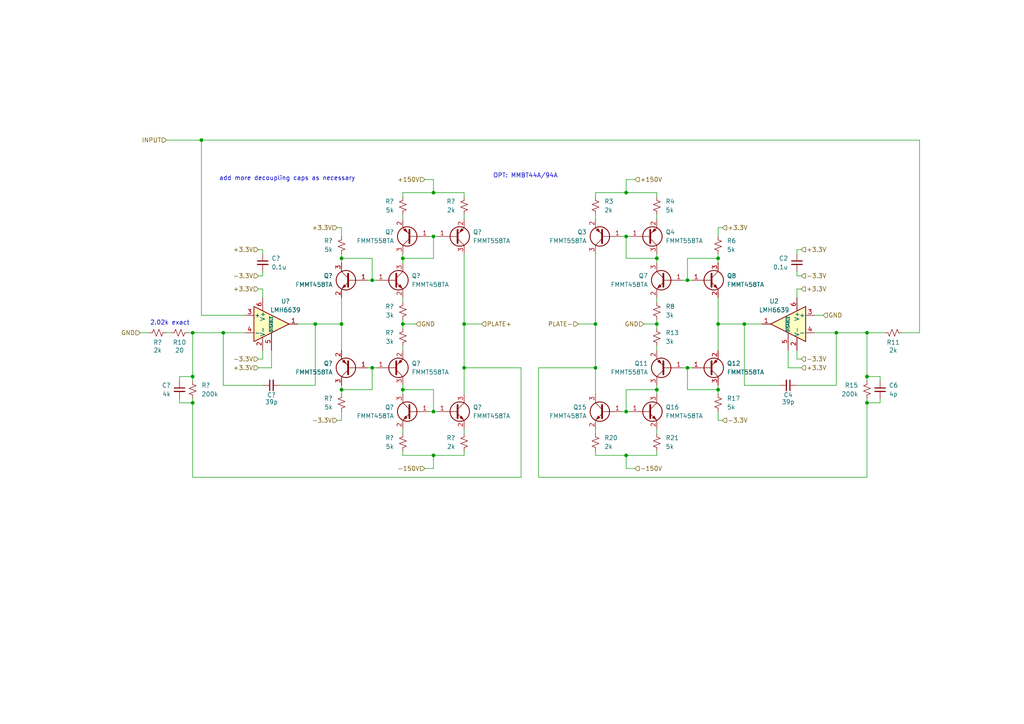
<source format=kicad_sch>
(kicad_sch (version 20250114) (generator "eeschema") (generator_version "9.0")
  (paper "A4")
  (lib_symbols
    (symbol "Amplifier_Operational:LMH6611" (pin_names (offset 0.127))
      (property "Reference" "U" (at 2.54 3.81 0))
      (property "Value" "LMH6611" (at 2.54 -3.81 0))
      (symbol "LMH6611_0_1"
        (polyline (pts (xy -5.08 5.08) (xy 5.08 0) (xy -5.08 -5.08) (xy -5.08 5.08)) (stroke (width 0.254)) (fill (type background)))
      )
      (symbol "LMH6611_1_1"
        (pin input line (at -7.62 2.54 0) (length 2.54) (name "+") (number "3"))
        (pin input line (at -7.62 -2.54 0) (length 2.54) (name "-") (number "4"))
        (pin power_in line (at -2.54 7.62 270) (length 3.81) (name "V+") (number "6"))
        (pin power_in line (at -2.54 -7.62 90) (length 3.81) (name "V-") (number "2"))
        (pin input line (at 0 -7.62 90) (length 5.08) (name "~{DISABLE}") (number "5"))
        (pin output line (at 7.62 0 180) (length 2.54) (name "~") (number "1"))
      )
    )
    (symbol "Device:C_Small" (pin_numbers (hide yes)) (pin_names (offset 0.254) (hide yes))
      (property "Reference" "C" (at 0.254 1.778 0))
      (property "Value" "C_Small" (at 0.254 -2.032 0))
      (symbol "C_Small_0_1"
        (polyline (pts (xy -1.524 0.508) (xy 1.524 0.508)) (stroke (width 0.3048)))
        (polyline (pts (xy -1.524 -0.508) (xy 1.524 -0.508)) (stroke (width 0.3302)))
      )
      (symbol "C_Small_1_1"
        (pin passive line (at 0 2.54 270) (length 2.032) (name "~") (number "1"))
        (pin passive line (at 0 -2.54 90) (length 2.032) (name "~") (number "2"))
      )
    )
    (symbol "Device:R_Small_US" (pin_numbers (hide yes)) (pin_names (offset 0.254) (hide yes))
      (property "Reference" "R" (at 0.762 0.508 0))
      (property "Value" "R_Small_US" (at 0.762 -1.016 0))
      (symbol "R_Small_US_1_1"
        (polyline (pts (xy 0 1.524) (xy 1.016 1.143) (xy 0 0.762) (xy -1.016 0.381) (xy 0 0)))
        (polyline (pts (xy 0 0) (xy 1.016 -0.381) (xy 0 -0.762) (xy -1.016 -1.143) (xy 0 -1.524)))
        (pin passive line (at 0 2.54 270) (length 1.016) (name "~") (number "1"))
        (pin passive line (at 0 -2.54 90) (length 1.016) (name "~") (number "2"))
      )
    )
    (symbol "Transistor_BJT:BC817" (pin_names (offset 0) (hide yes))
      (property "Reference" "Q" (at 5.08 1.905 0))
      (property "Value" "BC817" (at 5.08 0 0))
      (symbol "BC817_0_1"
        (polyline (pts (xy -2.54 0) (xy 0.635 0)))
        (polyline (pts (xy 0.635 1.905) (xy 0.635 -1.905)) (stroke (width 0.508)))
        (circle (center 1.27 0) (radius 2.8194) (stroke (width 0.254)))
      )
      (symbol "BC817_1_1"
        (polyline (pts (xy 0.635 0.635) (xy 2.54 2.54)))
        (polyline (pts (xy 0.635 -0.635) (xy 2.54 -2.54)))
        (polyline (pts (xy 1.27 -1.778) (xy 1.778 -1.27) (xy 2.286 -2.286) (xy 1.27 -1.778)) (fill (type outline)))
        (pin input line (at -5.08 0 0) (length 2.54) (name "B") (number "1"))
        (pin passive line (at 2.54 5.08 270) (length 2.54) (name "C") (number "3"))
        (pin passive line (at 2.54 -5.08 90) (length 2.54) (name "E") (number "2"))
      )
    )
    (symbol "Transistor_BJT:BC857" (pin_names (offset 0) (hide yes))
      (property "Reference" "Q" (at 5.08 1.905 0))
      (property "Value" "BC857" (at 5.08 0 0))
      (symbol "BC857_0_1"
        (polyline (pts (xy -2.54 0) (xy 0.635 0)))
        (polyline (pts (xy 0.635 1.905) (xy 0.635 -1.905)) (stroke (width 0.508)))
        (polyline (pts (xy 0.635 0.635) (xy 2.54 2.54)))
        (polyline (pts (xy 0.635 -0.635) (xy 2.54 -2.54)))
        (circle (center 1.27 0) (radius 2.8194) (stroke (width 0.254)))
        (polyline (pts (xy 2.286 -1.778) (xy 1.778 -2.286) (xy 1.27 -1.27) (xy 2.286 -1.778)) (fill (type outline)))
      )
      (symbol "BC857_1_1"
        (pin input line (at -5.08 0 0) (length 2.54) (name "B") (number "1"))
        (pin passive line (at 2.54 5.08 270) (length 2.54) (name "C") (number "3"))
        (pin passive line (at 2.54 -5.08 90) (length 2.54) (name "E") (number "2"))
      )
    )
  )
  (text "2.02k exact" (at 49.276 93.726 0) (effects (font (size 1.27 1.27))))
  (text "add more decoupling caps as necessary" (at 83.312 51.816 0) (effects (font (size 1.27 1.27))))
  (text "OPT: MMBT44A/94A" (at 152.4 51.054 0) (effects (font (size 1.27 1.27))))
  (junction (at 116.84 74.93))
  (junction (at 55.88 109.22))
  (junction (at 251.46 96.52))
  (junction (at 134.62 93.98))
  (junction (at 208.28 74.93))
  (junction (at 116.84 113.03))
  (junction (at 181.61 68.58))
  (junction (at 181.61 119.38))
  (junction (at 181.61 55.88))
  (junction (at 190.5 74.93))
  (junction (at 242.57 96.52))
  (junction (at 125.73 68.58))
  (junction (at 107.95 81.28))
  (junction (at 64.77 96.52))
  (junction (at 199.39 106.68))
  (junction (at 251.46 116.84))
  (junction (at 172.72 93.98))
  (junction (at 251.46 109.22))
  (junction (at 172.72 106.68))
  (junction (at 99.06 93.98))
  (junction (at 199.39 81.28))
  (junction (at 55.88 96.52))
  (junction (at 208.28 93.98))
  (junction (at 58.42 40.64))
  (junction (at 125.73 132.08))
  (junction (at 181.61 132.08))
  (junction (at 125.73 119.38))
  (junction (at 116.84 93.98))
  (junction (at 208.28 113.03))
  (junction (at 91.44 93.98))
  (junction (at 99.06 74.93))
  (junction (at 125.73 55.88))
  (junction (at 215.9 93.98))
  (junction (at 55.88 116.84))
  (junction (at 99.06 113.03))
  (junction (at 107.95 106.68))
  (junction (at 134.62 106.68))
  (junction (at 190.5 93.98))
  (junction (at 190.5 113.03))
  (wire (pts (xy 134.62 93.98) (xy 139.7 93.98)))
  (wire (pts (xy 172.72 62.23) (xy 172.72 63.5)))
  (wire (pts (xy 76.2 86.36) (xy 76.2 83.82)))
  (wire (pts (xy 116.84 93.98) (xy 120.65 93.98)))
  (wire (pts (xy 91.44 93.98) (xy 99.06 93.98)))
  (wire (pts (xy 55.88 96.52) (xy 64.77 96.52)))
  (wire (pts (xy 199.39 113.03) (xy 199.39 106.68)))
  (wire (pts (xy 116.84 130.81) (xy 116.84 132.08)))
  (wire (pts (xy 99.06 74.93) (xy 107.95 74.93)))
  (wire (pts (xy 190.5 92.71) (xy 190.5 93.98)))
  (wire (pts (xy 190.5 124.46) (xy 190.5 125.73)))
  (wire (pts (xy 208.28 113.03) (xy 208.28 114.3)))
  (wire (pts (xy 200.66 106.68) (xy 199.39 106.68)))
  (wire (pts (xy 231.14 86.36) (xy 231.14 83.82)))
  (wire (pts (xy 228.6 101.6) (xy 228.6 106.68)))
  (wire (pts (xy 55.88 96.52) (xy 55.88 109.22)))
  (wire (pts (xy 232.41 104.14) (xy 231.14 104.14)))
  (wire (pts (xy 232.41 72.39) (xy 231.14 72.39)))
  (wire (pts (xy 181.61 68.58) (xy 180.34 68.58)))
  (wire (pts (xy 172.72 93.98) (xy 172.72 106.68)))
  (wire (pts (xy 255.27 116.84) (xy 251.46 116.84)))
  (wire (pts (xy 78.74 101.6) (xy 78.74 106.68)))
  (wire (pts (xy 251.46 138.43) (xy 156.21 138.43)))
  (wire (pts (xy 125.73 119.38) (xy 125.73 113.03)))
  (wire (pts (xy 76.2 101.6) (xy 76.2 104.14)))
  (wire (pts (xy 124.46 68.58) (xy 125.73 68.58)))
  (wire (pts (xy 116.84 100.33) (xy 116.84 101.6)))
  (wire (pts (xy 107.95 81.28) (xy 109.22 81.28)))
  (wire (pts (xy 242.57 96.52) (xy 236.22 96.52)))
  (wire (pts (xy 200.66 81.28) (xy 199.39 81.28)))
  (wire (pts (xy 251.46 115.57) (xy 251.46 116.84)))
  (wire (pts (xy 99.06 74.93) (xy 99.06 76.2)))
  (wire (pts (xy 232.41 106.68) (xy 228.6 106.68)))
  (wire (pts (xy 125.73 119.38) (xy 127 119.38)))
  (wire (pts (xy 125.73 74.93) (xy 125.73 68.58)))
  (wire (pts (xy 107.95 113.03) (xy 107.95 106.68)))
  (wire (pts (xy 181.61 119.38) (xy 181.61 113.03)))
  (wire (pts (xy 58.42 40.64) (xy 266.7 40.64)))
  (wire (pts (xy 64.77 96.52) (xy 71.12 96.52)))
  (wire (pts (xy 181.61 132.08) (xy 181.61 135.89)))
  (wire (pts (xy 99.06 93.98) (xy 99.06 101.6)))
  (wire (pts (xy 86.36 93.98) (xy 91.44 93.98)))
  (wire (pts (xy 134.62 130.81) (xy 134.62 132.08)))
  (wire (pts (xy 99.06 86.36) (xy 99.06 93.98)))
  (wire (pts (xy 209.55 121.92) (xy 208.28 121.92)))
  (wire (pts (xy 190.5 100.33) (xy 190.5 101.6)))
  (wire (pts (xy 52.07 116.84) (xy 55.88 116.84)))
  (wire (pts (xy 151.13 138.43) (xy 151.13 106.68)))
  (wire (pts (xy 190.5 62.23) (xy 190.5 63.5)))
  (wire (pts (xy 74.93 106.68) (xy 78.74 106.68)))
  (wire (pts (xy 55.88 115.57) (xy 55.88 116.84)))
  (wire (pts (xy 208.28 73.66) (xy 208.28 74.93)))
  (wire (pts (xy 190.5 74.93) (xy 181.61 74.93)))
  (wire (pts (xy 123.19 135.89) (xy 125.73 135.89)))
  (wire (pts (xy 54.61 96.52) (xy 55.88 96.52)))
  (wire (pts (xy 199.39 81.28) (xy 199.39 74.93)))
  (wire (pts (xy 134.62 93.98) (xy 134.62 106.68)))
  (wire (pts (xy 172.72 73.66) (xy 172.72 93.98)))
  (wire (pts (xy 231.14 73.66) (xy 231.14 72.39)))
  (wire (pts (xy 184.15 52.07) (xy 181.61 52.07)))
  (wire (pts (xy 181.61 74.93) (xy 181.61 68.58)))
  (wire (pts (xy 74.93 104.14) (xy 76.2 104.14)))
  (wire (pts (xy 172.72 106.68) (xy 172.72 114.3)))
  (wire (pts (xy 208.28 86.36) (xy 208.28 93.98)))
  (wire (pts (xy 76.2 83.82) (xy 74.93 83.82)))
  (wire (pts (xy 181.61 55.88) (xy 181.61 52.07)))
  (wire (pts (xy 125.73 68.58) (xy 127 68.58)))
  (wire (pts (xy 97.79 121.92) (xy 99.06 121.92)))
  (wire (pts (xy 116.84 74.93) (xy 116.84 76.2)))
  (wire (pts (xy 208.28 113.03) (xy 199.39 113.03)))
  (wire (pts (xy 124.46 119.38) (xy 125.73 119.38)))
  (wire (pts (xy 232.41 80.01) (xy 231.14 80.01)))
  (wire (pts (xy 123.19 52.07) (xy 125.73 52.07)))
  (wire (pts (xy 151.13 106.68) (xy 134.62 106.68)))
  (wire (pts (xy 52.07 110.49) (xy 52.07 109.22)))
  (wire (pts (xy 215.9 93.98) (xy 208.28 93.98)))
  (wire (pts (xy 106.68 106.68) (xy 107.95 106.68)))
  (wire (pts (xy 99.06 113.03) (xy 99.06 114.3)))
  (wire (pts (xy 116.84 124.46) (xy 116.84 125.73)))
  (wire (pts (xy 91.44 93.98) (xy 91.44 111.76)))
  (wire (pts (xy 208.28 93.98) (xy 208.28 101.6)))
  (wire (pts (xy 134.62 124.46) (xy 134.62 125.73)))
  (wire (pts (xy 190.5 93.98) (xy 186.69 93.98)))
  (wire (pts (xy 74.93 80.01) (xy 76.2 80.01)))
  (wire (pts (xy 40.64 96.52) (xy 43.18 96.52)))
  (wire (pts (xy 190.5 111.76) (xy 190.5 113.03)))
  (wire (pts (xy 208.28 111.76) (xy 208.28 113.03)))
  (wire (pts (xy 134.62 62.23) (xy 134.62 63.5)))
  (wire (pts (xy 255.27 109.22) (xy 251.46 109.22)))
  (wire (pts (xy 55.88 116.84) (xy 55.88 138.43)))
  (wire (pts (xy 172.72 130.81) (xy 172.72 132.08)))
  (wire (pts (xy 81.28 111.76) (xy 91.44 111.76)))
  (wire (pts (xy 99.06 66.04) (xy 97.79 66.04)))
  (wire (pts (xy 74.93 72.39) (xy 76.2 72.39)))
  (wire (pts (xy 231.14 78.74) (xy 231.14 80.01)))
  (wire (pts (xy 181.61 55.88) (xy 172.72 55.88)))
  (wire (pts (xy 55.88 138.43) (xy 151.13 138.43)))
  (wire (pts (xy 266.7 40.64) (xy 266.7 96.52)))
  (wire (pts (xy 116.84 62.23) (xy 116.84 63.5)))
  (wire (pts (xy 190.5 113.03) (xy 190.5 114.3)))
  (wire (pts (xy 99.06 111.76) (xy 99.06 113.03)))
  (wire (pts (xy 134.62 132.08) (xy 125.73 132.08)))
  (wire (pts (xy 226.06 111.76) (xy 215.9 111.76)))
  (wire (pts (xy 116.84 86.36) (xy 116.84 87.63)))
  (wire (pts (xy 208.28 74.93) (xy 199.39 74.93)))
  (wire (pts (xy 256.54 96.52) (xy 251.46 96.52)))
  (wire (pts (xy 134.62 106.68) (xy 134.62 114.3)))
  (wire (pts (xy 208.28 74.93) (xy 208.28 76.2)))
  (wire (pts (xy 116.84 57.15) (xy 116.84 55.88)))
  (wire (pts (xy 231.14 101.6) (xy 231.14 104.14)))
  (wire (pts (xy 64.77 111.76) (xy 64.77 96.52)))
  (wire (pts (xy 190.5 93.98) (xy 190.5 95.25)))
  (wire (pts (xy 99.06 68.58) (xy 99.06 66.04)))
  (wire (pts (xy 251.46 109.22) (xy 251.46 110.49)))
  (wire (pts (xy 116.84 74.93) (xy 125.73 74.93)))
  (wire (pts (xy 172.72 55.88) (xy 172.72 57.15)))
  (wire (pts (xy 208.28 119.38) (xy 208.28 121.92)))
  (wire (pts (xy 116.84 55.88) (xy 125.73 55.88)))
  (wire (pts (xy 58.42 40.64) (xy 48.26 40.64)))
  (wire (pts (xy 266.7 96.52) (xy 261.62 96.52)))
  (wire (pts (xy 58.42 91.44) (xy 58.42 40.64)))
  (wire (pts (xy 107.95 106.68) (xy 109.22 106.68)))
  (wire (pts (xy 134.62 73.66) (xy 134.62 93.98)))
  (wire (pts (xy 231.14 83.82) (xy 232.41 83.82)))
  (wire (pts (xy 48.26 96.52) (xy 49.53 96.52)))
  (wire (pts (xy 99.06 73.66) (xy 99.06 74.93)))
  (wire (pts (xy 125.73 132.08) (xy 125.73 135.89)))
  (wire (pts (xy 52.07 115.57) (xy 52.07 116.84)))
  (wire (pts (xy 220.98 93.98) (xy 215.9 93.98)))
  (wire (pts (xy 190.5 57.15) (xy 190.5 55.88)))
  (wire (pts (xy 134.62 55.88) (xy 134.62 57.15)))
  (wire (pts (xy 125.73 132.08) (xy 116.84 132.08)))
  (wire (pts (xy 242.57 111.76) (xy 242.57 96.52)))
  (wire (pts (xy 182.88 68.58) (xy 181.61 68.58)))
  (wire (pts (xy 106.68 81.28) (xy 107.95 81.28)))
  (wire (pts (xy 76.2 111.76) (xy 64.77 111.76)))
  (wire (pts (xy 181.61 132.08) (xy 190.5 132.08)))
  (wire (pts (xy 172.72 124.46) (xy 172.72 125.73)))
  (wire (pts (xy 184.15 135.89) (xy 181.61 135.89)))
  (wire (pts (xy 190.5 74.93) (xy 190.5 76.2)))
  (wire (pts (xy 172.72 132.08) (xy 181.61 132.08)))
  (wire (pts (xy 116.84 92.71) (xy 116.84 93.98)))
  (wire (pts (xy 116.84 73.66) (xy 116.84 74.93)))
  (wire (pts (xy 52.07 109.22) (xy 55.88 109.22)))
  (wire (pts (xy 190.5 113.03) (xy 181.61 113.03)))
  (wire (pts (xy 255.27 115.57) (xy 255.27 116.84)))
  (wire (pts (xy 215.9 93.98) (xy 215.9 111.76)))
  (wire (pts (xy 199.39 81.28) (xy 198.12 81.28)))
  (wire (pts (xy 208.28 68.58) (xy 208.28 66.04)))
  (wire (pts (xy 116.84 113.03) (xy 125.73 113.03)))
  (wire (pts (xy 125.73 55.88) (xy 134.62 55.88)))
  (wire (pts (xy 199.39 106.68) (xy 198.12 106.68)))
  (wire (pts (xy 125.73 55.88) (xy 125.73 52.07)))
  (wire (pts (xy 190.5 73.66) (xy 190.5 74.93)))
  (wire (pts (xy 99.06 113.03) (xy 107.95 113.03)))
  (wire (pts (xy 238.76 91.44) (xy 236.22 91.44)))
  (wire (pts (xy 208.28 66.04) (xy 209.55 66.04)))
  (wire (pts (xy 182.88 119.38) (xy 181.61 119.38)))
  (wire (pts (xy 116.84 113.03) (xy 116.84 114.3)))
  (wire (pts (xy 190.5 86.36) (xy 190.5 87.63)))
  (wire (pts (xy 71.12 91.44) (xy 58.42 91.44)))
  (wire (pts (xy 251.46 96.52) (xy 251.46 109.22)))
  (wire (pts (xy 156.21 138.43) (xy 156.21 106.68)))
  (wire (pts (xy 99.06 119.38) (xy 99.06 121.92)))
  (wire (pts (xy 231.14 111.76) (xy 242.57 111.76)))
  (wire (pts (xy 107.95 81.28) (xy 107.95 74.93)))
  (wire (pts (xy 116.84 93.98) (xy 116.84 95.25)))
  (wire (pts (xy 251.46 116.84) (xy 251.46 138.43)))
  (wire (pts (xy 55.88 109.22) (xy 55.88 110.49)))
  (wire (pts (xy 181.61 119.38) (xy 180.34 119.38)))
  (wire (pts (xy 190.5 55.88) (xy 181.61 55.88)))
  (wire (pts (xy 116.84 111.76) (xy 116.84 113.03)))
  (wire (pts (xy 255.27 110.49) (xy 255.27 109.22)))
  (wire (pts (xy 172.72 93.98) (xy 167.64 93.98)))
  (wire (pts (xy 251.46 96.52) (xy 242.57 96.52)))
  (wire (pts (xy 76.2 73.66) (xy 76.2 72.39)))
  (wire (pts (xy 156.21 106.68) (xy 172.72 106.68)))
  (wire (pts (xy 190.5 130.81) (xy 190.5 132.08)))
  (wire (pts (xy 76.2 78.74) (xy 76.2 80.01)))
  (hierarchical_label "-150V" (shape input) (at 123.19 135.89 180))
  (hierarchical_label "+150V" (shape input) (at 123.19 52.07 180))
  (hierarchical_label "+3.3V" (shape input) (at 232.41 83.82 0))
  (hierarchical_label "-3.3V" (shape input) (at 232.41 104.14 0))
  (hierarchical_label "GND" (shape input) (at 120.65 93.98 0))
  (hierarchical_label "+3.3V" (shape input) (at 232.41 72.39 0))
  (hierarchical_label "PLATE-" (shape input) (at 167.64 93.98 180))
  (hierarchical_label "-3.3V" (shape input) (at 74.93 104.14 180))
  (hierarchical_label "-3.3V" (shape input) (at 209.55 121.92 0))
  (hierarchical_label "INPUT" (shape input) (at 48.26 40.64 180))
  (hierarchical_label "GND" (shape input) (at 186.69 93.98 180))
  (hierarchical_label "+3.3V" (shape input) (at 74.93 72.39 180))
  (hierarchical_label "+3.3V" (shape input) (at 209.55 66.04 0))
  (hierarchical_label "+3.3V" (shape input) (at 97.79 66.04 180))
  (hierarchical_label "+150V" (shape input) (at 184.15 52.07 0))
  (hierarchical_label "-3.3V" (shape input) (at 97.79 121.92 180))
  (hierarchical_label "+3.3V" (shape input) (at 232.41 106.68 0))
  (hierarchical_label "-3.3V" (shape input) (at 232.41 80.01 0))
  (hierarchical_label "-150V" (shape input) (at 184.15 135.89 0))
  (hierarchical_label "-3.3V" (shape input) (at 74.93 80.01 180))
  (hierarchical_label "GND" (shape input) (at 40.64 96.52 180))
  (hierarchical_label "+3.3V" (shape input) (at 74.93 106.68 180))
  (hierarchical_label "GND" (shape input) (at 238.76 91.44 0))
  (hierarchical_label "PLATE+" (shape input) (at 139.7 93.98 0))
  (hierarchical_label "+3.3V" (shape input) (at 74.93 83.82 180))
  (symbol (lib_id "Transistor_BJT:BC817") (at 193.04 81.28 0) (mirror y) (unit 1)
    (property "Reference" "Q7" (at 187.96 80.0099 0) (effects (justify left)))
    (property "Value" "FMMT458TA" (at 187.96 82.5499 0) (effects (justify left)))
    (property "Footprint" "Package_TO_SOT_SMD:SOT-23" (effects (hide yes)))
    (property "Datasheet" "https://www.onsemi.com/pub/Collateral/BC818-D.pdf" (effects (hide yes)))
    (property "Description" "0.225A Ic, 400V Vce, NPN Transistor, SOT-23" (effects (hide yes)))
    (property "Digikey P/N" "FMMT458TA" (effects (hide yes)))
    (instances (project "deflection_amp_5" (path "" (reference "Q7") (unit 1)) (path "" (reference "Q36") (unit 1))))
  )
  (symbol (lib_id "Transistor_BJT:BC857") (at 119.38 68.58 180) (unit 1)
    (property "Reference" "Q?" (at 114.3 67.3099 0) (effects (justify left)))
    (property "Value" "FMMT558TA" (at 114.3 69.8499 0) (effects (justify left)))
    (property "Footprint" "Package_TO_SOT_SMD:SOT-23" (effects (hide yes)))
    (property "Datasheet" "https://www.onsemi.com/pub/Collateral/BC860-D.pdf" (effects (hide yes)))
    (property "Description" "0.225A Ic, 400V Vce, PNP Transistor, SOT-23" (effects (hide yes)))
    (property "Digikey P/N" "FMMT558TA" (effects (hide yes)))
    (instances (project "deflection_amp_5" (path "" (reference "Q?") (unit 1)) (path "" (reference "Q28") (unit 1))))
  )
  (symbol (lib_id "Amplifier_Operational:LMH6611") (at 228.6 93.98 0) (mirror y) (unit 1)
    (property "Reference" "U2" (at 224.536 87.376 0))
    (property "Value" "LMH6639" (at 224.536 89.916 0))
    (property "Footprint" "Package_TO_SOT_SMD:TSOT-23-6" (effects (hide yes)))
    (property "Datasheet" "http://www.ti.com/lit/ds/symlink/lmh6612.pdf" (effects (hide yes)))
    (property "Description" "Single Supply, 345 MHz, Rail-to-Rail Output, Amplifier, TSOT-23-6" (effects (hide yes)))
    (property "Digikey P/N" "LMH6639MFX/NOPB" (effects (hide yes)))
    (instances (project "deflection_amp_5" (path "" (reference "U2") (unit 1)) (path "" (reference "U8") (unit 1))))
  )
  (symbol (lib_id "Device:R_Small_US") (at 259.08 96.52 90) (mirror x) (unit 1)
    (property "Reference" "R11" (at 259.08 99.314 90))
    (property "Value" "2k" (at 259.08 101.6 90))
    (property "Footprint" "Resistor_SMD:R_1206_3216Metric" (effects (hide yes)))
    (property "Description" "Resistor, small US symbol" (effects (hide yes)))
    (property "Digikey P/N" "RMCF1206FT2K00" (effects (hide yes)))
    (instances (project "deflection_amp_5" (path "" (reference "R11") (unit 1)) (path "" (reference "R84") (unit 1))))
  )
  (symbol (lib_id "Device:R_Small_US") (at 116.84 90.17 0) (mirror y) (unit 1)
    (property "Reference" "R?" (at 114.3 88.8999 0) (effects (justify left)))
    (property "Value" "3k" (at 114.3 91.4399 0) (effects (justify left)))
    (property "Footprint" "Resistor_SMD:R_1206_3216Metric" (effects (hide yes)))
    (property "Description" "Resistor, small US symbol" (effects (hide yes)))
    (property "Digikey P/N" "RMCF1206FT2K00" (effects (hide yes)))
    (instances (project "deflection_amp_5" (path "" (reference "R?") (unit 1)) (path "" (reference "R70") (unit 1))))
  )
  (symbol (lib_id "Transistor_BJT:BC817") (at 119.38 119.38 0) (mirror y) (unit 1)
    (property "Reference" "Q?" (at 114.3 118.1099 0) (effects (justify left)))
    (property "Value" "FMMT458TA" (at 114.3 120.6499 0) (effects (justify left)))
    (property "Footprint" "Package_TO_SOT_SMD:SOT-23" (effects (hide yes)))
    (property "Datasheet" "https://www.onsemi.com/pub/Collateral/BC818-D.pdf" (effects (hide yes)))
    (property "Description" "0.225A Ic, 400V Vce, NPN Transistor, SOT-23" (effects (hide yes)))
    (property "Digikey P/N" "FMMT458TA" (effects (hide yes)))
    (instances (project "deflection_amp_5" (path "" (reference "Q?") (unit 1)) (path "" (reference "Q29") (unit 1))))
  )
  (symbol (lib_id "Transistor_BJT:BC857") (at 114.3 106.68 0) (mirror x) (unit 1)
    (property "Reference" "Q?" (at 119.38 105.4099 0) (effects (justify left)))
    (property "Value" "FMMT558TA" (at 119.38 107.9499 0) (effects (justify left)))
    (property "Footprint" "Package_TO_SOT_SMD:SOT-23" (effects (hide yes)))
    (property "Datasheet" "https://www.onsemi.com/pub/Collateral/BC860-D.pdf" (effects (hide yes)))
    (property "Description" "0.225A Ic, 400V Vce, PNP Transistor, SOT-23" (effects (hide yes)))
    (property "Digikey P/N" "FMMT558TA" (effects (hide yes)))
    (instances (project "deflection_amp_5" (path "" (reference "Q?") (unit 1)) (path "" (reference "Q27") (unit 1))))
  )
  (symbol (lib_id "Device:C_Small") (at 78.74 111.76 90) (mirror x) (unit 1)
    (property "Reference" "C?" (at 78.74 114.554 90))
    (property "Value" "39p" (at 78.74 116.586 90))
    (property "Footprint" "Capacitor_SMD:C_0603_1608Metric" (effects (hide yes)))
    (property "Description" "Unpolarized capacitor, small symbol" (effects (hide yes)))
    (property "Digikey P/N" "QSCP251Q390G1GV001T" (effects (hide yes)))
    (instances (project "deflection_amp_5" (path "" (reference "C?") (unit 1)) (path "" (reference "C19") (unit 1))))
  )
  (symbol (lib_id "Transistor_BJT:BC857") (at 187.96 68.58 0) (mirror x) (unit 1)
    (property "Reference" "Q4" (at 193.04 67.3099 0) (effects (justify left)))
    (property "Value" "FMMT558TA" (at 193.04 69.8499 0) (effects (justify left)))
    (property "Footprint" "Package_TO_SOT_SMD:SOT-23" (effects (hide yes)))
    (property "Datasheet" "https://www.onsemi.com/pub/Collateral/BC860-D.pdf" (effects (hide yes)))
    (property "Description" "0.225A Ic, 400V Vce, PNP Transistor, SOT-23" (effects (hide yes)))
    (property "Digikey P/N" "FMMT558TA" (effects (hide yes)))
    (instances (project "deflection_amp_5" (path "" (reference "Q4") (unit 1)) (path "" (reference "Q34") (unit 1))))
  )
  (symbol (lib_id "Device:R_Small_US") (at 251.46 113.03 0) (mirror y) (unit 1)
    (property "Reference" "R15" (at 248.92 111.7599 0) (effects (justify left)))
    (property "Value" "200k" (at 248.92 114.2999 0) (effects (justify left)))
    (property "Footprint" "Resistor_SMD:R_1206_3216Metric" (effects (hide yes)))
    (property "Description" "Resistor, small US symbol" (effects (hide yes)))
    (property "Digikey P/N" "RC1206JR-07200KL" (effects (hide yes)))
    (instances (project "deflection_amp_5" (path "" (reference "R15") (unit 1)) (path "" (reference "R83") (unit 1))))
  )
  (symbol (lib_id "Transistor_BJT:BC817") (at 187.96 119.38 0) (unit 1)
    (property "Reference" "Q16" (at 193.04 118.1099 0) (effects (justify left)))
    (property "Value" "FMMT458TA" (at 193.04 120.6499 0) (effects (justify left)))
    (property "Footprint" "Package_TO_SOT_SMD:SOT-23" (effects (hide yes)))
    (property "Datasheet" "https://www.onsemi.com/pub/Collateral/BC818-D.pdf" (effects (hide yes)))
    (property "Description" "0.225A Ic, 400V Vce, NPN Transistor, SOT-23" (effects (hide yes)))
    (property "Digikey P/N" "FMMT458TA" (effects (hide yes)))
    (instances (project "deflection_amp_5" (path "" (reference "Q16") (unit 1)) (path "" (reference "Q35") (unit 1))))
  )
  (symbol (lib_id "Device:C_Small") (at 255.27 113.03 0) (mirror y) (unit 1)
    (property "Reference" "C6" (at 257.81 111.7662 0) (effects (justify right)))
    (property "Value" "4p" (at 257.81 114.3062 0) (effects (justify right)))
    (property "Footprint" "Capacitor_SMD:C_0603_1608Metric" (effects (hide yes)))
    (property "Description" "Unpolarized capacitor, small symbol" (effects (hide yes)))
    (property "Digikey P/N" "QSCP251Q2R0B1GV001T" (effects (hide yes)))
    (instances (project "deflection_amp_5" (path "" (reference "C6") (unit 1)) (path "" (reference "C22") (unit 1))))
  )
  (symbol (lib_id "Device:C_Small") (at 76.2 76.2 0) (unit 1)
    (property "Reference" "C?" (at 78.74 74.9362 0) (effects (justify left)))
    (property "Value" "0.1u" (at 78.74 77.4762 0) (effects (justify left)))
    (property "Footprint" "Capacitor_SMD:C_0603_1608Metric" (effects (hide yes)))
    (property "Description" "Unpolarized capacitor, small symbol" (effects (hide yes)))
    (property "Digikey P/N" "C0603C104K5RAC7411" (effects (hide yes)))
    (instances (project "deflection_amp_5" (path "" (reference "C?") (unit 1)) (path "" (reference "C18") (unit 1))))
  )
  (symbol (lib_id "Device:R_Small_US") (at 190.5 97.79 0) (unit 1)
    (property "Reference" "R13" (at 193.04 96.5199 0) (effects (justify left)))
    (property "Value" "3k" (at 193.04 99.0599 0) (effects (justify left)))
    (property "Footprint" "Resistor_SMD:R_1206_3216Metric" (effects (hide yes)))
    (property "Description" "Resistor, small US symbol" (effects (hide yes)))
    (property "Digikey P/N" "RMCF1206FT2K00" (effects (hide yes)))
    (instances (project "deflection_amp_5" (path "" (reference "R13") (unit 1)) (path "" (reference "R79") (unit 1))))
  )
  (symbol (lib_id "Device:R_Small_US") (at 99.06 116.84 0) (mirror y) (unit 1)
    (property "Reference" "R?" (at 96.52 115.5699 0) (effects (justify left)))
    (property "Value" "5k" (at 96.52 118.1099 0) (effects (justify left)))
    (property "Footprint" "Resistor_SMD:R_0603_1608Metric" (effects (hide yes)))
    (property "Description" "Resistor, small US symbol" (effects (hide yes)))
    (property "Digikey P/N" "RC0603FR-0710KL" (effects (hide yes)))
    (instances (project "deflection_amp_5" (path "" (reference "R?") (unit 1)) (path "" (reference "R68") (unit 1))))
  )
  (symbol (lib_id "Device:R_Small_US") (at 190.5 128.27 0) (unit 1)
    (property "Reference" "R21" (at 193.04 126.9999 0) (effects (justify left)))
    (property "Value" "5k" (at 193.04 129.5399 0) (effects (justify left)))
    (property "Footprint" "Resistor_SMD:R_1206_3216Metric" (effects (hide yes)))
    (property "Description" "Resistor, small US symbol" (effects (hide yes)))
    (property "Digikey P/N" "RT1206FRE075KL" (effects (hide yes)))
    (instances (project "deflection_amp_5" (path "" (reference "R21") (unit 1)) (path "" (reference "R80") (unit 1))))
  )
  (symbol (lib_id "Device:R_Small_US") (at 172.72 59.69 0) (unit 1)
    (property "Reference" "R3" (at 175.26 58.4199 0) (effects (justify left)))
    (property "Value" "2k" (at 175.26 60.9599 0) (effects (justify left)))
    (property "Footprint" "Resistor_SMD:R_1206_3216Metric" (effects (hide yes)))
    (property "Description" "Resistor, small US symbol" (effects (hide yes)))
    (property "Digikey P/N" "RMCF1206FT2K00" (effects (hide yes)))
    (instances (project "deflection_amp_5" (path "" (reference "R3") (unit 1)) (path "" (reference "R75") (unit 1))))
  )
  (symbol (lib_id "Transistor_BJT:BC857") (at 193.04 106.68 180) (unit 1)
    (property "Reference" "Q11" (at 187.96 105.4099 0) (effects (justify left)))
    (property "Value" "FMMT558TA" (at 187.96 107.9499 0) (effects (justify left)))
    (property "Footprint" "Package_TO_SOT_SMD:SOT-23" (effects (hide yes)))
    (property "Datasheet" "https://www.onsemi.com/pub/Collateral/BC860-D.pdf" (effects (hide yes)))
    (property "Description" "0.225A Ic, 400V Vce, PNP Transistor, SOT-23" (effects (hide yes)))
    (property "Digikey P/N" "FMMT558TA" (effects (hide yes)))
    (instances (project "deflection_amp_5" (path "" (reference "Q11") (unit 1)) (path "" (reference "Q37") (unit 1))))
  )
  (symbol (lib_id "Transistor_BJT:BC817") (at 132.08 119.38 0) (unit 1)
    (property "Reference" "Q?" (at 137.16 118.1099 0) (effects (justify left)))
    (property "Value" "FMMT458TA" (at 137.16 120.6499 0) (effects (justify left)))
    (property "Footprint" "Package_TO_SOT_SMD:SOT-23" (effects (hide yes)))
    (property "Datasheet" "https://www.onsemi.com/pub/Collateral/BC818-D.pdf" (effects (hide yes)))
    (property "Description" "0.225A Ic, 400V Vce, NPN Transistor, SOT-23" (effects (hide yes)))
    (property "Digikey P/N" "FMMT458TA" (effects (hide yes)))
    (instances (project "deflection_amp_5" (path "" (reference "Q?") (unit 1)) (path "" (reference "Q31") (unit 1))))
  )
  (symbol (lib_id "Amplifier_Operational:LMH6611") (at 78.74 93.98 0) (unit 1)
    (property "Reference" "U?" (at 82.804 87.376 0))
    (property "Value" "LMH6639" (at 82.804 89.916 0))
    (property "Footprint" "Package_TO_SOT_SMD:TSOT-23-6" (effects (hide yes)))
    (property "Datasheet" "http://www.ti.com/lit/ds/symlink/lmh6612.pdf" (effects (hide yes)))
    (property "Description" "Single Supply, 345 MHz, Rail-to-Rail Output, Amplifier, TSOT-23-6" (effects (hide yes)))
    (property "Digikey P/N" "LMH6639MFX/NOPB" (effects (hide yes)))
    (instances (project "deflection_amp_5" (path "" (reference "U?") (unit 1)) (path "" (reference "U7") (unit 1))))
  )
  (symbol (lib_id "Device:R_Small_US") (at 52.07 96.52 270) (unit 1)
    (property "Reference" "R10" (at 52.07 99.314 90))
    (property "Value" "20" (at 52.07 101.6 90))
    (property "Footprint" "Resistor_SMD:R_1206_3216Metric" (effects (hide yes)))
    (property "Description" "Resistor, small US symbol" (effects (hide yes)))
    (property "Digikey P/N" "RMCF1206FT2K00" (effects (hide yes)))
    (instances (project "deflection_amp_5" (path "" (reference "R10") (unit 1)) (path "" (reference "R65") (unit 1))))
  )
  (symbol (lib_id "Transistor_BJT:BC817") (at 205.74 81.28 0) (unit 1)
    (property "Reference" "Q8" (at 210.82 80.0099 0) (effects (justify left)))
    (property "Value" "FMMT458TA" (at 210.82 82.5499 0) (effects (justify left)))
    (property "Footprint" "Package_TO_SOT_SMD:SOT-23" (effects (hide yes)))
    (property "Datasheet" "https://www.onsemi.com/pub/Collateral/BC818-D.pdf" (effects (hide yes)))
    (property "Description" "0.225A Ic, 400V Vce, NPN Transistor, SOT-23" (effects (hide yes)))
    (property "Digikey P/N" "FMMT458TA" (effects (hide yes)))
    (instances (project "deflection_amp_5" (path "" (reference "Q8") (unit 1)) (path "" (reference "Q38") (unit 1))))
  )
  (symbol (lib_id "Device:C_Small") (at 52.07 113.03 0) (unit 1)
    (property "Reference" "C?" (at 49.53 111.7662 0) (effects (justify right)))
    (property "Value" "4k" (at 49.53 114.3062 0) (effects (justify right)))
    (property "Footprint" "Capacitor_SMD:C_0603_1608Metric" (effects (hide yes)))
    (property "Description" "Unpolarized capacitor, small symbol" (effects (hide yes)))
    (property "Digikey P/N" "QSCP251Q2R0B1GV001T" (effects (hide yes)))
    (instances (project "deflection_amp_5" (path "" (reference "C?") (unit 1)) (path "" (reference "C17") (unit 1))))
  )
  (symbol (lib_id "Device:R_Small_US") (at 116.84 59.69 0) (mirror y) (unit 1)
    (property "Reference" "R?" (at 114.3 58.4199 0) (effects (justify left)))
    (property "Value" "5k" (at 114.3 60.9599 0) (effects (justify left)))
    (property "Footprint" "Resistor_SMD:R_1206_3216Metric" (effects (hide yes)))
    (property "Description" "Resistor, small US symbol" (effects (hide yes)))
    (property "Digikey P/N" "RT1206FRE075KL" (effects (hide yes)))
    (instances (project "deflection_amp_5" (path "" (reference "R?") (unit 1)) (path "" (reference "R69") (unit 1))))
  )
  (symbol (lib_id "Device:R_Small_US") (at 208.28 116.84 0) (unit 1)
    (property "Reference" "R17" (at 210.82 115.5699 0) (effects (justify left)))
    (property "Value" "5k" (at 210.82 118.1099 0) (effects (justify left)))
    (property "Footprint" "Resistor_SMD:R_0603_1608Metric" (effects (hide yes)))
    (property "Description" "Resistor, small US symbol" (effects (hide yes)))
    (property "Digikey P/N" "RC0603FR-0710KL" (effects (hide yes)))
    (instances (project "deflection_amp_5" (path "" (reference "R17") (unit 1)) (path "" (reference "R82") (unit 1))))
  )
  (symbol (lib_id "Device:R_Small_US") (at 190.5 90.17 0) (unit 1)
    (property "Reference" "R8" (at 193.04 88.8999 0) (effects (justify left)))
    (property "Value" "3k" (at 193.04 91.4399 0) (effects (justify left)))
    (property "Footprint" "Resistor_SMD:R_1206_3216Metric" (effects (hide yes)))
    (property "Description" "Resistor, small US symbol" (effects (hide yes)))
    (property "Digikey P/N" "RMCF1206FT2K00" (effects (hide yes)))
    (instances (project "deflection_amp_5" (path "" (reference "R8") (unit 1)) (path "" (reference "R78") (unit 1))))
  )
  (symbol (lib_id "Device:C_Small") (at 231.14 76.2 0) (mirror y) (unit 1)
    (property "Reference" "C2" (at 228.6 74.9362 0) (effects (justify left)))
    (property "Value" "0.1u" (at 228.6 77.4762 0) (effects (justify left)))
    (property "Footprint" "Capacitor_SMD:C_0603_1608Metric" (effects (hide yes)))
    (property "Description" "Unpolarized capacitor, small symbol" (effects (hide yes)))
    (property "Digikey P/N" "C0603C104K5RAC7411" (effects (hide yes)))
    (instances (project "deflection_amp_5" (path "" (reference "C2") (unit 1)) (path "" (reference "C21") (unit 1))))
  )
  (symbol (lib_id "Transistor_BJT:BC857") (at 101.6 106.68 180) (unit 1)
    (property "Reference" "Q?" (at 96.52 105.4099 0) (effects (justify left)))
    (property "Value" "FMMT558TA" (at 96.52 107.9499 0) (effects (justify left)))
    (property "Footprint" "Package_TO_SOT_SMD:SOT-23" (effects (hide yes)))
    (property "Datasheet" "https://www.onsemi.com/pub/Collateral/BC860-D.pdf" (effects (hide yes)))
    (property "Description" "0.225A Ic, 400V Vce, PNP Transistor, SOT-23" (effects (hide yes)))
    (property "Digikey P/N" "FMMT558TA" (effects (hide yes)))
    (instances (project "deflection_amp_5" (path "" (reference "Q?") (unit 1)) (path "" (reference "Q25") (unit 1))))
  )
  (symbol (lib_id "Transistor_BJT:BC857") (at 205.74 106.68 0) (mirror x) (unit 1)
    (property "Reference" "Q12" (at 210.82 105.4099 0) (effects (justify left)))
    (property "Value" "FMMT558TA" (at 210.82 107.9499 0) (effects (justify left)))
    (property "Footprint" "Package_TO_SOT_SMD:SOT-23" (effects (hide yes)))
    (property "Datasheet" "https://www.onsemi.com/pub/Collateral/BC860-D.pdf" (effects (hide yes)))
    (property "Description" "0.225A Ic, 400V Vce, PNP Transistor, SOT-23" (effects (hide yes)))
    (property "Digikey P/N" "FMMT558TA" (effects (hide yes)))
    (instances (project "deflection_amp_5" (path "" (reference "Q12") (unit 1)) (path "" (reference "Q39") (unit 1))))
  )
  (symbol (lib_id "Transistor_BJT:BC857") (at 132.08 68.58 0) (mirror x) (unit 1)
    (property "Reference" "Q?" (at 137.16 67.3099 0) (effects (justify left)))
    (property "Value" "FMMT558TA" (at 137.16 69.8499 0) (effects (justify left)))
    (property "Footprint" "Package_TO_SOT_SMD:SOT-23" (effects (hide yes)))
    (property "Datasheet" "https://www.onsemi.com/pub/Collateral/BC860-D.pdf" (effects (hide yes)))
    (property "Description" "0.225A Ic, 400V Vce, PNP Transistor, SOT-23" (effects (hide yes)))
    (property "Digikey P/N" "FMMT558TA" (effects (hide yes)))
    (instances (project "deflection_amp_5" (path "" (reference "Q?") (unit 1)) (path "" (reference "Q30") (unit 1))))
  )
  (symbol (lib_id "Transistor_BJT:BC817") (at 114.3 81.28 0) (unit 1)
    (property "Reference" "Q?" (at 119.38 80.0099 0) (effects (justify left)))
    (property "Value" "FMMT458TA" (at 119.38 82.5499 0) (effects (justify left)))
    (property "Footprint" "Package_TO_SOT_SMD:SOT-23" (effects (hide yes)))
    (property "Datasheet" "https://www.onsemi.com/pub/Collateral/BC818-D.pdf" (effects (hide yes)))
    (property "Description" "0.225A Ic, 400V Vce, NPN Transistor, SOT-23" (effects (hide yes)))
    (property "Digikey P/N" "FMMT458TA" (effects (hide yes)))
    (instances (project "deflection_amp_5" (path "" (reference "Q?") (unit 1)) (path "" (reference "Q26") (unit 1))))
  )
  (symbol (lib_id "Device:R_Small_US") (at 134.62 128.27 0) (mirror y) (unit 1)
    (property "Reference" "R?" (at 132.08 126.9999 0) (effects (justify left)))
    (property "Value" "2k" (at 132.08 129.5399 0) (effects (justify left)))
    (property "Footprint" "Resistor_SMD:R_1206_3216Metric" (effects (hide yes)))
    (property "Description" "Resistor, small US symbol" (effects (hide yes)))
    (property "Digikey P/N" "RMCF1206FT2K00" (effects (hide yes)))
    (instances (project "deflection_amp_5" (path "" (reference "R?") (unit 1)) (path "" (reference "R74") (unit 1))))
  )
  (symbol (lib_id "Device:R_Small_US") (at 208.28 71.12 0) (unit 1)
    (property "Reference" "R6" (at 210.82 69.8499 0) (effects (justify left)))
    (property "Value" "5k" (at 210.82 72.3899 0) (effects (justify left)))
    (property "Footprint" "Resistor_SMD:R_0603_1608Metric" (effects (hide yes)))
    (property "Description" "Resistor, small US symbol" (effects (hide yes)))
    (property "Digikey P/N" "RC0603FR-0710KL" (effects (hide yes)))
    (instances (project "deflection_amp_5" (path "" (reference "R6") (unit 1)) (path "" (reference "R81") (unit 1))))
  )
  (symbol (lib_id "Device:R_Small_US") (at 116.84 97.79 0) (mirror y) (unit 1)
    (property "Reference" "R?" (at 114.3 96.5199 0) (effects (justify left)))
    (property "Value" "3k" (at 114.3 99.0599 0) (effects (justify left)))
    (property "Footprint" "Resistor_SMD:R_1206_3216Metric" (effects (hide yes)))
    (property "Description" "Resistor, small US symbol" (effects (hide yes)))
    (property "Digikey P/N" "RMCF1206FT2K00" (effects (hide yes)))
    (instances (project "deflection_amp_5" (path "" (reference "R?") (unit 1)) (path "" (reference "R71") (unit 1))))
  )
  (symbol (lib_id "Transistor_BJT:BC817") (at 175.26 119.38 0) (mirror y) (unit 1)
    (property "Reference" "Q15" (at 170.18 118.1099 0) (effects (justify left)))
    (property "Value" "FMMT458TA" (at 170.18 120.6499 0) (effects (justify left)))
    (property "Footprint" "Package_TO_SOT_SMD:SOT-23" (effects (hide yes)))
    (property "Datasheet" "https://www.onsemi.com/pub/Collateral/BC818-D.pdf" (effects (hide yes)))
    (property "Description" "0.225A Ic, 400V Vce, NPN Transistor, SOT-23" (effects (hide yes)))
    (property "Digikey P/N" "FMMT458TA" (effects (hide yes)))
    (instances (project "deflection_amp_5" (path "" (reference "Q15") (unit 1)) (path "" (reference "Q33") (unit 1))))
  )
  (symbol (lib_id "Device:R_Small_US") (at 45.72 96.52 270) (unit 1)
    (property "Reference" "R?" (at 45.72 99.314 90))
    (property "Value" "2k" (at 45.72 101.6 90))
    (property "Footprint" "Resistor_SMD:R_1206_3216Metric" (effects (hide yes)))
    (property "Description" "Resistor, small US symbol" (effects (hide yes)))
    (property "Digikey P/N" "RMCF1206FT2K00" (effects (hide yes)))
    (instances (project "deflection_amp_5" (path "" (reference "R?") (unit 1)) (path "" (reference "R64") (unit 1))))
  )
  (symbol (lib_id "Device:R_Small_US") (at 55.88 113.03 0) (unit 1)
    (property "Reference" "R?" (at 58.42 111.7599 0) (effects (justify left)))
    (property "Value" "200k" (at 58.42 114.2999 0) (effects (justify left)))
    (property "Footprint" "Resistor_SMD:R_1206_3216Metric" (effects (hide yes)))
    (property "Description" "Resistor, small US symbol" (effects (hide yes)))
    (property "Digikey P/N" "RC1206JR-07200KL" (effects (hide yes)))
    (instances (project "deflection_amp_5" (path "" (reference "R?") (unit 1)) (path "" (reference "R66") (unit 1))))
  )
  (symbol (lib_id "Device:R_Small_US") (at 134.62 59.69 0) (mirror y) (unit 1)
    (property "Reference" "R?" (at 132.08 58.4199 0) (effects (justify left)))
    (property "Value" "2k" (at 132.08 60.9599 0) (effects (justify left)))
    (property "Footprint" "Resistor_SMD:R_1206_3216Metric" (effects (hide yes)))
    (property "Description" "Resistor, small US symbol" (effects (hide yes)))
    (property "Digikey P/N" "RMCF1206FT2K00" (effects (hide yes)))
    (instances (project "deflection_amp_5" (path "" (reference "R?") (unit 1)) (path "" (reference "R73") (unit 1))))
  )
  (symbol (lib_id "Device:R_Small_US") (at 116.84 128.27 0) (mirror y) (unit 1)
    (property "Reference" "R?" (at 114.3 126.9999 0) (effects (justify left)))
    (property "Value" "5k" (at 114.3 129.5399 0) (effects (justify left)))
    (property "Footprint" "Resistor_SMD:R_1206_3216Metric" (effects (hide yes)))
    (property "Description" "Resistor, small US symbol" (effects (hide yes)))
    (property "Digikey P/N" "RT1206FRE075KL" (effects (hide yes)))
    (instances (project "deflection_amp_5" (path "" (reference "R?") (unit 1)) (path "" (reference "R72") (unit 1))))
  )
  (symbol (lib_id "Device:R_Small_US") (at 190.5 59.69 0) (unit 1)
    (property "Reference" "R4" (at 193.04 58.4199 0) (effects (justify left)))
    (property "Value" "5k" (at 193.04 60.9599 0) (effects (justify left)))
    (property "Footprint" "Resistor_SMD:R_1206_3216Metric" (effects (hide yes)))
    (property "Description" "Resistor, small US symbol" (effects (hide yes)))
    (property "Digikey P/N" "RT1206FRE075KL" (effects (hide yes)))
    (instances (project "deflection_amp_5" (path "" (reference "R4") (unit 1)) (path "" (reference "R77") (unit 1))))
  )
  (symbol (lib_id "Device:C_Small") (at 228.6 111.76 270) (unit 1)
    (property "Reference" "C4" (at 228.6 114.554 90))
    (property "Value" "39p" (at 228.6 116.586 90))
    (property "Footprint" "Capacitor_SMD:C_0603_1608Metric" (effects (hide yes)))
    (property "Description" "Unpolarized capacitor, small symbol" (effects (hide yes)))
    (property "Digikey P/N" "QSCP251Q390G1GV001T" (effects (hide yes)))
    (instances (project "deflection_amp_5" (path "" (reference "C4") (unit 1)) (path "" (reference "C20") (unit 1))))
  )
  (symbol (lib_id "Device:R_Small_US") (at 99.06 71.12 0) (mirror y) (unit 1)
    (property "Reference" "R?" (at 96.52 69.8499 0) (effects (justify left)))
    (property "Value" "5k" (at 96.52 72.3899 0) (effects (justify left)))
    (property "Footprint" "Resistor_SMD:R_0603_1608Metric" (effects (hide yes)))
    (property "Description" "Resistor, small US symbol" (effects (hide yes)))
    (property "Digikey P/N" "RC0603FR-0710KL" (effects (hide yes)))
    (instances (project "deflection_amp_5" (path "" (reference "R?") (unit 1)) (path "" (reference "R67") (unit 1))))
  )
  (symbol (lib_id "Transistor_BJT:BC857") (at 175.26 68.58 180) (unit 1)
    (property "Reference" "Q3" (at 170.18 67.3099 0) (effects (justify left)))
    (property "Value" "FMMT558TA" (at 170.18 69.8499 0) (effects (justify left)))
    (property "Footprint" "Package_TO_SOT_SMD:SOT-23" (effects (hide yes)))
    (property "Datasheet" "https://www.onsemi.com/pub/Collateral/BC860-D.pdf" (effects (hide yes)))
    (property "Description" "0.225A Ic, 400V Vce, PNP Transistor, SOT-23" (effects (hide yes)))
    (property "Digikey P/N" "FMMT558TA" (effects (hide yes)))
    (instances (project "deflection_amp_5" (path "" (reference "Q3") (unit 1)) (path "" (reference "Q32") (unit 1))))
  )
  (symbol (lib_id "Device:R_Small_US") (at 172.72 128.27 0) (unit 1)
    (property "Reference" "R20" (at 175.26 126.9999 0) (effects (justify left)))
    (property "Value" "2k" (at 175.26 129.5399 0) (effects (justify left)))
    (property "Footprint" "Resistor_SMD:R_1206_3216Metric" (effects (hide yes)))
    (property "Description" "Resistor, small US symbol" (effects (hide yes)))
    (property "Digikey P/N" "RMCF1206FT2K00" (effects (hide yes)))
    (instances (project "deflection_amp_5" (path "" (reference "R20") (unit 1)) (path "" (reference "R76") (unit 1))))
  )
  (symbol (lib_id "Transistor_BJT:BC817") (at 101.6 81.28 0) (mirror y) (unit 1)
    (property "Reference" "Q?" (at 96.52 80.0099 0) (effects (justify left)))
    (property "Value" "FMMT458TA" (at 96.52 82.5499 0) (effects (justify left)))
    (property "Footprint" "Package_TO_SOT_SMD:SOT-23" (effects (hide yes)))
    (property "Datasheet" "https://www.onsemi.com/pub/Collateral/BC818-D.pdf" (effects (hide yes)))
    (property "Description" "0.225A Ic, 400V Vce, NPN Transistor, SOT-23" (effects (hide yes)))
    (property "Digikey P/N" "FMMT458TA" (effects (hide yes)))
    (instances (project "deflection_amp_5" (path "" (reference "Q?") (unit 1)) (path "" (reference "Q24") (unit 1))))
  )
)
</source>
